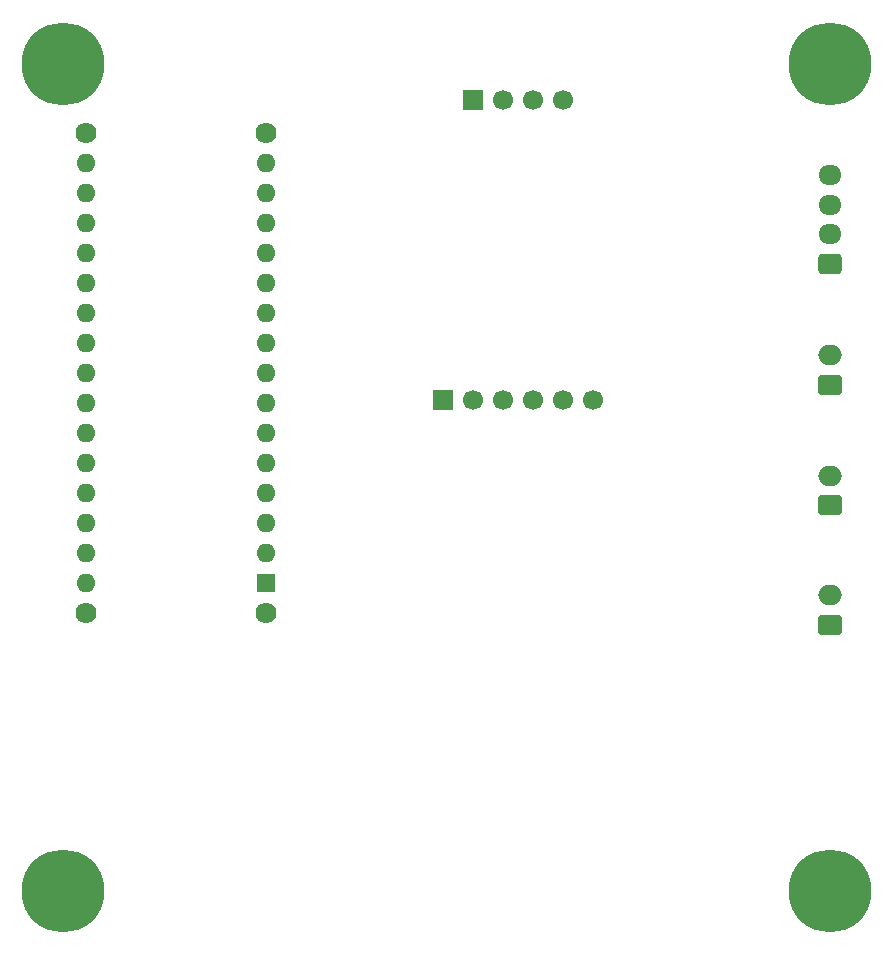
<source format=gbr>
%TF.GenerationSoftware,KiCad,Pcbnew,9.99.0-1132-g883a1f8d97*%
%TF.CreationDate,2025-07-04T12:47:25+02:00*%
%TF.ProjectId,BondheadSteering,426f6e64-6865-4616-9453-74656572696e,1*%
%TF.SameCoordinates,Original*%
%TF.FileFunction,Soldermask,Bot*%
%TF.FilePolarity,Negative*%
%FSLAX46Y46*%
G04 Gerber Fmt 4.6, Leading zero omitted, Abs format (unit mm)*
G04 Created by KiCad (PCBNEW 9.99.0-1132-g883a1f8d97) date 2025-07-04 12:47:25*
%MOMM*%
%LPD*%
G01*
G04 APERTURE LIST*
G04 Aperture macros list*
%AMRoundRect*
0 Rectangle with rounded corners*
0 $1 Rounding radius*
0 $2 $3 $4 $5 $6 $7 $8 $9 X,Y pos of 4 corners*
0 Add a 4 corners polygon primitive as box body*
4,1,4,$2,$3,$4,$5,$6,$7,$8,$9,$2,$3,0*
0 Add four circle primitives for the rounded corners*
1,1,$1+$1,$2,$3*
1,1,$1+$1,$4,$5*
1,1,$1+$1,$6,$7*
1,1,$1+$1,$8,$9*
0 Add four rect primitives between the rounded corners*
20,1,$1+$1,$2,$3,$4,$5,0*
20,1,$1+$1,$4,$5,$6,$7,0*
20,1,$1+$1,$6,$7,$8,$9,0*
20,1,$1+$1,$8,$9,$2,$3,0*%
G04 Aperture macros list end*
%ADD10R,1.700000X1.700000*%
%ADD11C,1.700000*%
%ADD12C,1.780000*%
%ADD13R,1.600000X1.600000*%
%ADD14O,1.600000X1.600000*%
%ADD15RoundRect,0.250000X0.750000X-0.600000X0.750000X0.600000X-0.750000X0.600000X-0.750000X-0.600000X0*%
%ADD16O,2.000000X1.700000*%
%ADD17C,7.000000*%
%ADD18RoundRect,0.250000X0.725000X-0.600000X0.725000X0.600000X-0.725000X0.600000X-0.725000X-0.600000X0*%
%ADD19O,1.950000X1.700000*%
G04 APERTURE END LIST*
D10*
%TO.C,J2*%
X122168824Y-79959956D03*
D11*
X124708824Y-79959956D03*
X127248824Y-79959956D03*
X129788824Y-79959956D03*
X132328824Y-79959956D03*
X134868824Y-79959956D03*
%TD*%
D12*
%TO.C,A1*%
X107240000Y-98000000D03*
X107240000Y-57360000D03*
X92000000Y-98000000D03*
X92000000Y-57360000D03*
D13*
X107240000Y-95460000D03*
D14*
X107240000Y-92920000D03*
X107240000Y-90380000D03*
X107240000Y-87840000D03*
X107240000Y-85300000D03*
X107240000Y-82760000D03*
X107240000Y-80220000D03*
X107240000Y-77680000D03*
X107240000Y-75140000D03*
X107240000Y-72600000D03*
X107240000Y-70060000D03*
X107240000Y-67520000D03*
X107240000Y-64980000D03*
X107240000Y-62440000D03*
X107240000Y-59900000D03*
X92000000Y-59900000D03*
X92000000Y-62440000D03*
X92000000Y-64980000D03*
X92000000Y-67520000D03*
X92000000Y-70060000D03*
X92000000Y-72600000D03*
X92000000Y-75140000D03*
X92000000Y-77680000D03*
X92000000Y-80220000D03*
X92000000Y-82760000D03*
X92000000Y-85300000D03*
X92000000Y-87840000D03*
X92000000Y-90380000D03*
X92000000Y-92920000D03*
X92000000Y-95460000D03*
%TD*%
D15*
%TO.C,J1*%
X154940000Y-78660000D03*
D16*
X154940000Y-76160000D03*
%TD*%
D15*
%TO.C,J5*%
X154940000Y-88860000D03*
D16*
X154940000Y-86360000D03*
%TD*%
D17*
%TO.C,H2*%
X155000000Y-121521400D03*
%TD*%
%TO.C,H3*%
X90000000Y-51521400D03*
%TD*%
D18*
%TO.C,J4*%
X154940000Y-68420000D03*
D19*
X154940000Y-65920000D03*
X154940000Y-63420000D03*
X154940000Y-60920000D03*
%TD*%
D15*
%TO.C,J6*%
X154940000Y-98980000D03*
D16*
X154940000Y-96480000D03*
%TD*%
D17*
%TO.C,H1*%
X90000000Y-121521400D03*
%TD*%
%TO.C,H4*%
X155000000Y-51521400D03*
%TD*%
D10*
%TO.C,J3*%
X124708824Y-54559956D03*
D11*
X127248824Y-54559956D03*
X129788824Y-54559956D03*
X132328824Y-54559956D03*
%TD*%
M02*

</source>
